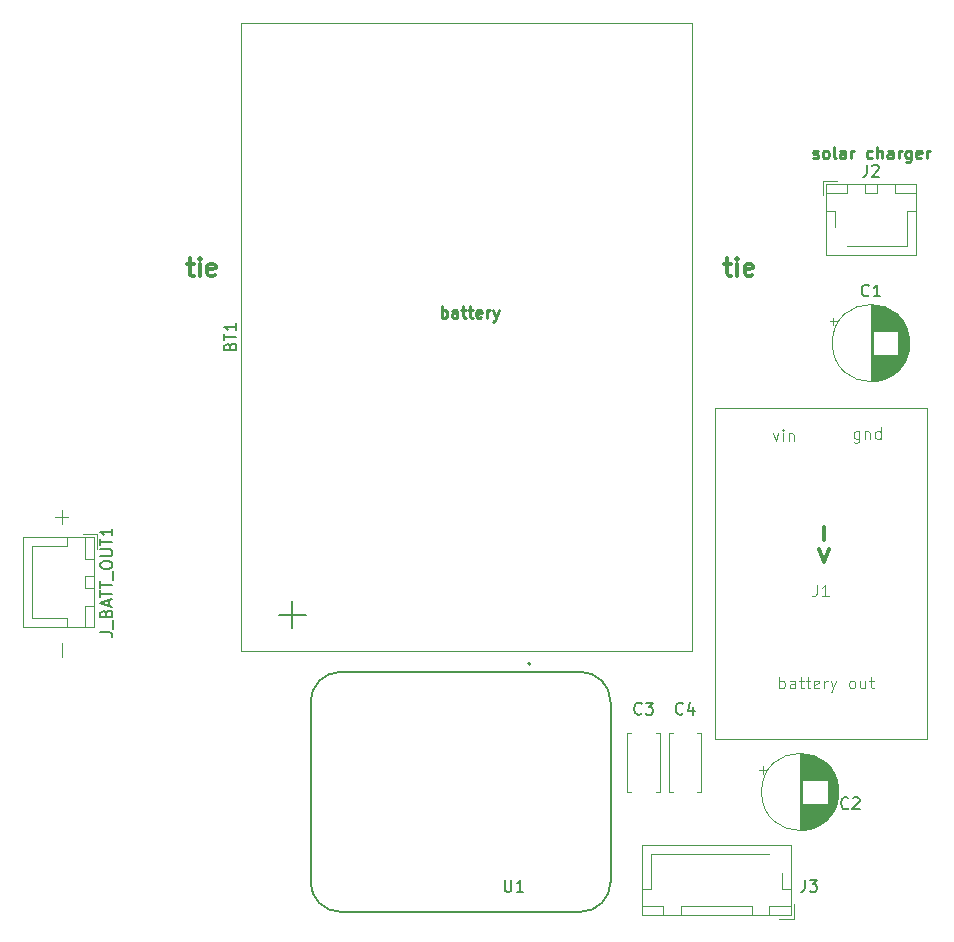
<source format=gbr>
%TF.GenerationSoftware,KiCad,Pcbnew,9.0.4*%
%TF.CreationDate,2025-10-26T00:43:49+05:45*%
%TF.ProjectId,battery_board,62617474-6572-4795-9f62-6f6172642e6b,rev?*%
%TF.SameCoordinates,Original*%
%TF.FileFunction,Legend,Top*%
%TF.FilePolarity,Positive*%
%FSLAX46Y46*%
G04 Gerber Fmt 4.6, Leading zero omitted, Abs format (unit mm)*
G04 Created by KiCad (PCBNEW 9.0.4) date 2025-10-26 00:43:49*
%MOMM*%
%LPD*%
G01*
G04 APERTURE LIST*
%ADD10C,0.250000*%
%ADD11C,0.300000*%
%ADD12C,0.100000*%
%ADD13C,0.150000*%
%ADD14C,0.120000*%
%ADD15C,0.127000*%
%ADD16C,0.200000*%
G04 APERTURE END LIST*
D10*
X173354949Y-64817000D02*
X173450187Y-64864619D01*
X173450187Y-64864619D02*
X173640663Y-64864619D01*
X173640663Y-64864619D02*
X173735901Y-64817000D01*
X173735901Y-64817000D02*
X173783520Y-64721761D01*
X173783520Y-64721761D02*
X173783520Y-64674142D01*
X173783520Y-64674142D02*
X173735901Y-64578904D01*
X173735901Y-64578904D02*
X173640663Y-64531285D01*
X173640663Y-64531285D02*
X173497806Y-64531285D01*
X173497806Y-64531285D02*
X173402568Y-64483666D01*
X173402568Y-64483666D02*
X173354949Y-64388428D01*
X173354949Y-64388428D02*
X173354949Y-64340809D01*
X173354949Y-64340809D02*
X173402568Y-64245571D01*
X173402568Y-64245571D02*
X173497806Y-64197952D01*
X173497806Y-64197952D02*
X173640663Y-64197952D01*
X173640663Y-64197952D02*
X173735901Y-64245571D01*
X174354949Y-64864619D02*
X174259711Y-64817000D01*
X174259711Y-64817000D02*
X174212092Y-64769380D01*
X174212092Y-64769380D02*
X174164473Y-64674142D01*
X174164473Y-64674142D02*
X174164473Y-64388428D01*
X174164473Y-64388428D02*
X174212092Y-64293190D01*
X174212092Y-64293190D02*
X174259711Y-64245571D01*
X174259711Y-64245571D02*
X174354949Y-64197952D01*
X174354949Y-64197952D02*
X174497806Y-64197952D01*
X174497806Y-64197952D02*
X174593044Y-64245571D01*
X174593044Y-64245571D02*
X174640663Y-64293190D01*
X174640663Y-64293190D02*
X174688282Y-64388428D01*
X174688282Y-64388428D02*
X174688282Y-64674142D01*
X174688282Y-64674142D02*
X174640663Y-64769380D01*
X174640663Y-64769380D02*
X174593044Y-64817000D01*
X174593044Y-64817000D02*
X174497806Y-64864619D01*
X174497806Y-64864619D02*
X174354949Y-64864619D01*
X175259711Y-64864619D02*
X175164473Y-64817000D01*
X175164473Y-64817000D02*
X175116854Y-64721761D01*
X175116854Y-64721761D02*
X175116854Y-63864619D01*
X176069235Y-64864619D02*
X176069235Y-64340809D01*
X176069235Y-64340809D02*
X176021616Y-64245571D01*
X176021616Y-64245571D02*
X175926378Y-64197952D01*
X175926378Y-64197952D02*
X175735902Y-64197952D01*
X175735902Y-64197952D02*
X175640664Y-64245571D01*
X176069235Y-64817000D02*
X175973997Y-64864619D01*
X175973997Y-64864619D02*
X175735902Y-64864619D01*
X175735902Y-64864619D02*
X175640664Y-64817000D01*
X175640664Y-64817000D02*
X175593045Y-64721761D01*
X175593045Y-64721761D02*
X175593045Y-64626523D01*
X175593045Y-64626523D02*
X175640664Y-64531285D01*
X175640664Y-64531285D02*
X175735902Y-64483666D01*
X175735902Y-64483666D02*
X175973997Y-64483666D01*
X175973997Y-64483666D02*
X176069235Y-64436047D01*
X176545426Y-64864619D02*
X176545426Y-64197952D01*
X176545426Y-64388428D02*
X176593045Y-64293190D01*
X176593045Y-64293190D02*
X176640664Y-64245571D01*
X176640664Y-64245571D02*
X176735902Y-64197952D01*
X176735902Y-64197952D02*
X176831140Y-64197952D01*
X178354950Y-64817000D02*
X178259712Y-64864619D01*
X178259712Y-64864619D02*
X178069236Y-64864619D01*
X178069236Y-64864619D02*
X177973998Y-64817000D01*
X177973998Y-64817000D02*
X177926379Y-64769380D01*
X177926379Y-64769380D02*
X177878760Y-64674142D01*
X177878760Y-64674142D02*
X177878760Y-64388428D01*
X177878760Y-64388428D02*
X177926379Y-64293190D01*
X177926379Y-64293190D02*
X177973998Y-64245571D01*
X177973998Y-64245571D02*
X178069236Y-64197952D01*
X178069236Y-64197952D02*
X178259712Y-64197952D01*
X178259712Y-64197952D02*
X178354950Y-64245571D01*
X178783522Y-64864619D02*
X178783522Y-63864619D01*
X179212093Y-64864619D02*
X179212093Y-64340809D01*
X179212093Y-64340809D02*
X179164474Y-64245571D01*
X179164474Y-64245571D02*
X179069236Y-64197952D01*
X179069236Y-64197952D02*
X178926379Y-64197952D01*
X178926379Y-64197952D02*
X178831141Y-64245571D01*
X178831141Y-64245571D02*
X178783522Y-64293190D01*
X180116855Y-64864619D02*
X180116855Y-64340809D01*
X180116855Y-64340809D02*
X180069236Y-64245571D01*
X180069236Y-64245571D02*
X179973998Y-64197952D01*
X179973998Y-64197952D02*
X179783522Y-64197952D01*
X179783522Y-64197952D02*
X179688284Y-64245571D01*
X180116855Y-64817000D02*
X180021617Y-64864619D01*
X180021617Y-64864619D02*
X179783522Y-64864619D01*
X179783522Y-64864619D02*
X179688284Y-64817000D01*
X179688284Y-64817000D02*
X179640665Y-64721761D01*
X179640665Y-64721761D02*
X179640665Y-64626523D01*
X179640665Y-64626523D02*
X179688284Y-64531285D01*
X179688284Y-64531285D02*
X179783522Y-64483666D01*
X179783522Y-64483666D02*
X180021617Y-64483666D01*
X180021617Y-64483666D02*
X180116855Y-64436047D01*
X180593046Y-64864619D02*
X180593046Y-64197952D01*
X180593046Y-64388428D02*
X180640665Y-64293190D01*
X180640665Y-64293190D02*
X180688284Y-64245571D01*
X180688284Y-64245571D02*
X180783522Y-64197952D01*
X180783522Y-64197952D02*
X180878760Y-64197952D01*
X181640665Y-64197952D02*
X181640665Y-65007476D01*
X181640665Y-65007476D02*
X181593046Y-65102714D01*
X181593046Y-65102714D02*
X181545427Y-65150333D01*
X181545427Y-65150333D02*
X181450189Y-65197952D01*
X181450189Y-65197952D02*
X181307332Y-65197952D01*
X181307332Y-65197952D02*
X181212094Y-65150333D01*
X181640665Y-64817000D02*
X181545427Y-64864619D01*
X181545427Y-64864619D02*
X181354951Y-64864619D01*
X181354951Y-64864619D02*
X181259713Y-64817000D01*
X181259713Y-64817000D02*
X181212094Y-64769380D01*
X181212094Y-64769380D02*
X181164475Y-64674142D01*
X181164475Y-64674142D02*
X181164475Y-64388428D01*
X181164475Y-64388428D02*
X181212094Y-64293190D01*
X181212094Y-64293190D02*
X181259713Y-64245571D01*
X181259713Y-64245571D02*
X181354951Y-64197952D01*
X181354951Y-64197952D02*
X181545427Y-64197952D01*
X181545427Y-64197952D02*
X181640665Y-64245571D01*
X182497808Y-64817000D02*
X182402570Y-64864619D01*
X182402570Y-64864619D02*
X182212094Y-64864619D01*
X182212094Y-64864619D02*
X182116856Y-64817000D01*
X182116856Y-64817000D02*
X182069237Y-64721761D01*
X182069237Y-64721761D02*
X182069237Y-64340809D01*
X182069237Y-64340809D02*
X182116856Y-64245571D01*
X182116856Y-64245571D02*
X182212094Y-64197952D01*
X182212094Y-64197952D02*
X182402570Y-64197952D01*
X182402570Y-64197952D02*
X182497808Y-64245571D01*
X182497808Y-64245571D02*
X182545427Y-64340809D01*
X182545427Y-64340809D02*
X182545427Y-64436047D01*
X182545427Y-64436047D02*
X182069237Y-64531285D01*
X182973999Y-64864619D02*
X182973999Y-64197952D01*
X182973999Y-64388428D02*
X183021618Y-64293190D01*
X183021618Y-64293190D02*
X183069237Y-64245571D01*
X183069237Y-64245571D02*
X183164475Y-64197952D01*
X183164475Y-64197952D02*
X183259713Y-64197952D01*
D11*
X165840225Y-73800828D02*
X166411653Y-73800828D01*
X166054510Y-73300828D02*
X166054510Y-74586542D01*
X166054510Y-74586542D02*
X166125939Y-74729400D01*
X166125939Y-74729400D02*
X166268796Y-74800828D01*
X166268796Y-74800828D02*
X166411653Y-74800828D01*
X166911653Y-74800828D02*
X166911653Y-73800828D01*
X166911653Y-73300828D02*
X166840225Y-73372257D01*
X166840225Y-73372257D02*
X166911653Y-73443685D01*
X166911653Y-73443685D02*
X166983082Y-73372257D01*
X166983082Y-73372257D02*
X166911653Y-73300828D01*
X166911653Y-73300828D02*
X166911653Y-73443685D01*
X168197368Y-74729400D02*
X168054511Y-74800828D01*
X168054511Y-74800828D02*
X167768797Y-74800828D01*
X167768797Y-74800828D02*
X167625939Y-74729400D01*
X167625939Y-74729400D02*
X167554511Y-74586542D01*
X167554511Y-74586542D02*
X167554511Y-74015114D01*
X167554511Y-74015114D02*
X167625939Y-73872257D01*
X167625939Y-73872257D02*
X167768797Y-73800828D01*
X167768797Y-73800828D02*
X168054511Y-73800828D01*
X168054511Y-73800828D02*
X168197368Y-73872257D01*
X168197368Y-73872257D02*
X168268797Y-74015114D01*
X168268797Y-74015114D02*
X168268797Y-74157971D01*
X168268797Y-74157971D02*
X167554511Y-74300828D01*
X120340225Y-73800828D02*
X120911653Y-73800828D01*
X120554510Y-73300828D02*
X120554510Y-74586542D01*
X120554510Y-74586542D02*
X120625939Y-74729400D01*
X120625939Y-74729400D02*
X120768796Y-74800828D01*
X120768796Y-74800828D02*
X120911653Y-74800828D01*
X121411653Y-74800828D02*
X121411653Y-73800828D01*
X121411653Y-73300828D02*
X121340225Y-73372257D01*
X121340225Y-73372257D02*
X121411653Y-73443685D01*
X121411653Y-73443685D02*
X121483082Y-73372257D01*
X121483082Y-73372257D02*
X121411653Y-73300828D01*
X121411653Y-73300828D02*
X121411653Y-73443685D01*
X122697368Y-74729400D02*
X122554511Y-74800828D01*
X122554511Y-74800828D02*
X122268797Y-74800828D01*
X122268797Y-74800828D02*
X122125939Y-74729400D01*
X122125939Y-74729400D02*
X122054511Y-74586542D01*
X122054511Y-74586542D02*
X122054511Y-74015114D01*
X122054511Y-74015114D02*
X122125939Y-73872257D01*
X122125939Y-73872257D02*
X122268797Y-73800828D01*
X122268797Y-73800828D02*
X122554511Y-73800828D01*
X122554511Y-73800828D02*
X122697368Y-73872257D01*
X122697368Y-73872257D02*
X122768797Y-74015114D01*
X122768797Y-74015114D02*
X122768797Y-74157971D01*
X122768797Y-74157971D02*
X122054511Y-74300828D01*
D12*
X109739800Y-107077068D02*
X109739800Y-105934211D01*
X109147931Y-95239800D02*
X110290789Y-95239800D01*
X109719360Y-95811228D02*
X109719360Y-94668371D01*
D11*
X174270600Y-96054510D02*
X174270600Y-97197368D01*
X174699171Y-97911653D02*
X174270600Y-99054511D01*
X174270600Y-99054511D02*
X173842028Y-97911653D01*
D10*
X141902568Y-78364619D02*
X141902568Y-77364619D01*
X141902568Y-77745571D02*
X141997806Y-77697952D01*
X141997806Y-77697952D02*
X142188282Y-77697952D01*
X142188282Y-77697952D02*
X142283520Y-77745571D01*
X142283520Y-77745571D02*
X142331139Y-77793190D01*
X142331139Y-77793190D02*
X142378758Y-77888428D01*
X142378758Y-77888428D02*
X142378758Y-78174142D01*
X142378758Y-78174142D02*
X142331139Y-78269380D01*
X142331139Y-78269380D02*
X142283520Y-78317000D01*
X142283520Y-78317000D02*
X142188282Y-78364619D01*
X142188282Y-78364619D02*
X141997806Y-78364619D01*
X141997806Y-78364619D02*
X141902568Y-78317000D01*
X143235901Y-78364619D02*
X143235901Y-77840809D01*
X143235901Y-77840809D02*
X143188282Y-77745571D01*
X143188282Y-77745571D02*
X143093044Y-77697952D01*
X143093044Y-77697952D02*
X142902568Y-77697952D01*
X142902568Y-77697952D02*
X142807330Y-77745571D01*
X143235901Y-78317000D02*
X143140663Y-78364619D01*
X143140663Y-78364619D02*
X142902568Y-78364619D01*
X142902568Y-78364619D02*
X142807330Y-78317000D01*
X142807330Y-78317000D02*
X142759711Y-78221761D01*
X142759711Y-78221761D02*
X142759711Y-78126523D01*
X142759711Y-78126523D02*
X142807330Y-78031285D01*
X142807330Y-78031285D02*
X142902568Y-77983666D01*
X142902568Y-77983666D02*
X143140663Y-77983666D01*
X143140663Y-77983666D02*
X143235901Y-77936047D01*
X143569235Y-77697952D02*
X143950187Y-77697952D01*
X143712092Y-77364619D02*
X143712092Y-78221761D01*
X143712092Y-78221761D02*
X143759711Y-78317000D01*
X143759711Y-78317000D02*
X143854949Y-78364619D01*
X143854949Y-78364619D02*
X143950187Y-78364619D01*
X144140664Y-77697952D02*
X144521616Y-77697952D01*
X144283521Y-77364619D02*
X144283521Y-78221761D01*
X144283521Y-78221761D02*
X144331140Y-78317000D01*
X144331140Y-78317000D02*
X144426378Y-78364619D01*
X144426378Y-78364619D02*
X144521616Y-78364619D01*
X145235902Y-78317000D02*
X145140664Y-78364619D01*
X145140664Y-78364619D02*
X144950188Y-78364619D01*
X144950188Y-78364619D02*
X144854950Y-78317000D01*
X144854950Y-78317000D02*
X144807331Y-78221761D01*
X144807331Y-78221761D02*
X144807331Y-77840809D01*
X144807331Y-77840809D02*
X144854950Y-77745571D01*
X144854950Y-77745571D02*
X144950188Y-77697952D01*
X144950188Y-77697952D02*
X145140664Y-77697952D01*
X145140664Y-77697952D02*
X145235902Y-77745571D01*
X145235902Y-77745571D02*
X145283521Y-77840809D01*
X145283521Y-77840809D02*
X145283521Y-77936047D01*
X145283521Y-77936047D02*
X144807331Y-78031285D01*
X145712093Y-78364619D02*
X145712093Y-77697952D01*
X145712093Y-77888428D02*
X145759712Y-77793190D01*
X145759712Y-77793190D02*
X145807331Y-77745571D01*
X145807331Y-77745571D02*
X145902569Y-77697952D01*
X145902569Y-77697952D02*
X145997807Y-77697952D01*
X146235903Y-77697952D02*
X146473998Y-78364619D01*
X146712093Y-77697952D02*
X146473998Y-78364619D01*
X146473998Y-78364619D02*
X146378760Y-78602714D01*
X146378760Y-78602714D02*
X146331141Y-78650333D01*
X146331141Y-78650333D02*
X146235903Y-78697952D01*
D13*
X176333333Y-119859580D02*
X176285714Y-119907200D01*
X176285714Y-119907200D02*
X176142857Y-119954819D01*
X176142857Y-119954819D02*
X176047619Y-119954819D01*
X176047619Y-119954819D02*
X175904762Y-119907200D01*
X175904762Y-119907200D02*
X175809524Y-119811961D01*
X175809524Y-119811961D02*
X175761905Y-119716723D01*
X175761905Y-119716723D02*
X175714286Y-119526247D01*
X175714286Y-119526247D02*
X175714286Y-119383390D01*
X175714286Y-119383390D02*
X175761905Y-119192914D01*
X175761905Y-119192914D02*
X175809524Y-119097676D01*
X175809524Y-119097676D02*
X175904762Y-119002438D01*
X175904762Y-119002438D02*
X176047619Y-118954819D01*
X176047619Y-118954819D02*
X176142857Y-118954819D01*
X176142857Y-118954819D02*
X176285714Y-119002438D01*
X176285714Y-119002438D02*
X176333333Y-119050057D01*
X176714286Y-119050057D02*
X176761905Y-119002438D01*
X176761905Y-119002438D02*
X176857143Y-118954819D01*
X176857143Y-118954819D02*
X177095238Y-118954819D01*
X177095238Y-118954819D02*
X177190476Y-119002438D01*
X177190476Y-119002438D02*
X177238095Y-119050057D01*
X177238095Y-119050057D02*
X177285714Y-119145295D01*
X177285714Y-119145295D02*
X177285714Y-119240533D01*
X177285714Y-119240533D02*
X177238095Y-119383390D01*
X177238095Y-119383390D02*
X176666667Y-119954819D01*
X176666667Y-119954819D02*
X177285714Y-119954819D01*
X123981009Y-80785714D02*
X124028628Y-80642857D01*
X124028628Y-80642857D02*
X124076247Y-80595238D01*
X124076247Y-80595238D02*
X124171485Y-80547619D01*
X124171485Y-80547619D02*
X124314342Y-80547619D01*
X124314342Y-80547619D02*
X124409580Y-80595238D01*
X124409580Y-80595238D02*
X124457200Y-80642857D01*
X124457200Y-80642857D02*
X124504819Y-80738095D01*
X124504819Y-80738095D02*
X124504819Y-81119047D01*
X124504819Y-81119047D02*
X123504819Y-81119047D01*
X123504819Y-81119047D02*
X123504819Y-80785714D01*
X123504819Y-80785714D02*
X123552438Y-80690476D01*
X123552438Y-80690476D02*
X123600057Y-80642857D01*
X123600057Y-80642857D02*
X123695295Y-80595238D01*
X123695295Y-80595238D02*
X123790533Y-80595238D01*
X123790533Y-80595238D02*
X123885771Y-80642857D01*
X123885771Y-80642857D02*
X123933390Y-80690476D01*
X123933390Y-80690476D02*
X123981009Y-80785714D01*
X123981009Y-80785714D02*
X123981009Y-81119047D01*
X123504819Y-80261904D02*
X123504819Y-79690476D01*
X124504819Y-79976190D02*
X123504819Y-79976190D01*
X124504819Y-78833333D02*
X124504819Y-79404761D01*
X124504819Y-79119047D02*
X123504819Y-79119047D01*
X123504819Y-79119047D02*
X123647676Y-79214285D01*
X123647676Y-79214285D02*
X123742914Y-79309523D01*
X123742914Y-79309523D02*
X123790533Y-79404761D01*
X129237200Y-104642857D02*
X129237200Y-102357143D01*
X130380057Y-103500000D02*
X128094342Y-103500000D01*
X147238095Y-125954819D02*
X147238095Y-126764342D01*
X147238095Y-126764342D02*
X147285714Y-126859580D01*
X147285714Y-126859580D02*
X147333333Y-126907200D01*
X147333333Y-126907200D02*
X147428571Y-126954819D01*
X147428571Y-126954819D02*
X147619047Y-126954819D01*
X147619047Y-126954819D02*
X147714285Y-126907200D01*
X147714285Y-126907200D02*
X147761904Y-126859580D01*
X147761904Y-126859580D02*
X147809523Y-126764342D01*
X147809523Y-126764342D02*
X147809523Y-125954819D01*
X148809523Y-126954819D02*
X148238095Y-126954819D01*
X148523809Y-126954819D02*
X148523809Y-125954819D01*
X148523809Y-125954819D02*
X148428571Y-126097676D01*
X148428571Y-126097676D02*
X148333333Y-126192914D01*
X148333333Y-126192914D02*
X148238095Y-126240533D01*
X113004819Y-104964286D02*
X113719104Y-104964286D01*
X113719104Y-104964286D02*
X113861961Y-105011905D01*
X113861961Y-105011905D02*
X113957200Y-105107143D01*
X113957200Y-105107143D02*
X114004819Y-105250000D01*
X114004819Y-105250000D02*
X114004819Y-105345238D01*
X114100057Y-104726191D02*
X114100057Y-103964286D01*
X113481009Y-103392857D02*
X113528628Y-103250000D01*
X113528628Y-103250000D02*
X113576247Y-103202381D01*
X113576247Y-103202381D02*
X113671485Y-103154762D01*
X113671485Y-103154762D02*
X113814342Y-103154762D01*
X113814342Y-103154762D02*
X113909580Y-103202381D01*
X113909580Y-103202381D02*
X113957200Y-103250000D01*
X113957200Y-103250000D02*
X114004819Y-103345238D01*
X114004819Y-103345238D02*
X114004819Y-103726190D01*
X114004819Y-103726190D02*
X113004819Y-103726190D01*
X113004819Y-103726190D02*
X113004819Y-103392857D01*
X113004819Y-103392857D02*
X113052438Y-103297619D01*
X113052438Y-103297619D02*
X113100057Y-103250000D01*
X113100057Y-103250000D02*
X113195295Y-103202381D01*
X113195295Y-103202381D02*
X113290533Y-103202381D01*
X113290533Y-103202381D02*
X113385771Y-103250000D01*
X113385771Y-103250000D02*
X113433390Y-103297619D01*
X113433390Y-103297619D02*
X113481009Y-103392857D01*
X113481009Y-103392857D02*
X113481009Y-103726190D01*
X113719104Y-102773809D02*
X113719104Y-102297619D01*
X114004819Y-102869047D02*
X113004819Y-102535714D01*
X113004819Y-102535714D02*
X114004819Y-102202381D01*
X113004819Y-102011904D02*
X113004819Y-101440476D01*
X114004819Y-101726190D02*
X113004819Y-101726190D01*
X113004819Y-101249999D02*
X113004819Y-100678571D01*
X114004819Y-100964285D02*
X113004819Y-100964285D01*
X114100057Y-100583333D02*
X114100057Y-99821428D01*
X113004819Y-99392856D02*
X113004819Y-99202380D01*
X113004819Y-99202380D02*
X113052438Y-99107142D01*
X113052438Y-99107142D02*
X113147676Y-99011904D01*
X113147676Y-99011904D02*
X113338152Y-98964285D01*
X113338152Y-98964285D02*
X113671485Y-98964285D01*
X113671485Y-98964285D02*
X113861961Y-99011904D01*
X113861961Y-99011904D02*
X113957200Y-99107142D01*
X113957200Y-99107142D02*
X114004819Y-99202380D01*
X114004819Y-99202380D02*
X114004819Y-99392856D01*
X114004819Y-99392856D02*
X113957200Y-99488094D01*
X113957200Y-99488094D02*
X113861961Y-99583332D01*
X113861961Y-99583332D02*
X113671485Y-99630951D01*
X113671485Y-99630951D02*
X113338152Y-99630951D01*
X113338152Y-99630951D02*
X113147676Y-99583332D01*
X113147676Y-99583332D02*
X113052438Y-99488094D01*
X113052438Y-99488094D02*
X113004819Y-99392856D01*
X113004819Y-98535713D02*
X113814342Y-98535713D01*
X113814342Y-98535713D02*
X113909580Y-98488094D01*
X113909580Y-98488094D02*
X113957200Y-98440475D01*
X113957200Y-98440475D02*
X114004819Y-98345237D01*
X114004819Y-98345237D02*
X114004819Y-98154761D01*
X114004819Y-98154761D02*
X113957200Y-98059523D01*
X113957200Y-98059523D02*
X113909580Y-98011904D01*
X113909580Y-98011904D02*
X113814342Y-97964285D01*
X113814342Y-97964285D02*
X113004819Y-97964285D01*
X113004819Y-97630951D02*
X113004819Y-97059523D01*
X114004819Y-97345237D02*
X113004819Y-97345237D01*
X114004819Y-96202380D02*
X114004819Y-96773808D01*
X114004819Y-96488094D02*
X113004819Y-96488094D01*
X113004819Y-96488094D02*
X113147676Y-96583332D01*
X113147676Y-96583332D02*
X113242914Y-96678570D01*
X113242914Y-96678570D02*
X113290533Y-96773808D01*
X162333333Y-111859580D02*
X162285714Y-111907200D01*
X162285714Y-111907200D02*
X162142857Y-111954819D01*
X162142857Y-111954819D02*
X162047619Y-111954819D01*
X162047619Y-111954819D02*
X161904762Y-111907200D01*
X161904762Y-111907200D02*
X161809524Y-111811961D01*
X161809524Y-111811961D02*
X161761905Y-111716723D01*
X161761905Y-111716723D02*
X161714286Y-111526247D01*
X161714286Y-111526247D02*
X161714286Y-111383390D01*
X161714286Y-111383390D02*
X161761905Y-111192914D01*
X161761905Y-111192914D02*
X161809524Y-111097676D01*
X161809524Y-111097676D02*
X161904762Y-111002438D01*
X161904762Y-111002438D02*
X162047619Y-110954819D01*
X162047619Y-110954819D02*
X162142857Y-110954819D01*
X162142857Y-110954819D02*
X162285714Y-111002438D01*
X162285714Y-111002438D02*
X162333333Y-111050057D01*
X163190476Y-111288152D02*
X163190476Y-111954819D01*
X162952381Y-110907200D02*
X162714286Y-111621485D01*
X162714286Y-111621485D02*
X163333333Y-111621485D01*
X158833333Y-111859580D02*
X158785714Y-111907200D01*
X158785714Y-111907200D02*
X158642857Y-111954819D01*
X158642857Y-111954819D02*
X158547619Y-111954819D01*
X158547619Y-111954819D02*
X158404762Y-111907200D01*
X158404762Y-111907200D02*
X158309524Y-111811961D01*
X158309524Y-111811961D02*
X158261905Y-111716723D01*
X158261905Y-111716723D02*
X158214286Y-111526247D01*
X158214286Y-111526247D02*
X158214286Y-111383390D01*
X158214286Y-111383390D02*
X158261905Y-111192914D01*
X158261905Y-111192914D02*
X158309524Y-111097676D01*
X158309524Y-111097676D02*
X158404762Y-111002438D01*
X158404762Y-111002438D02*
X158547619Y-110954819D01*
X158547619Y-110954819D02*
X158642857Y-110954819D01*
X158642857Y-110954819D02*
X158785714Y-111002438D01*
X158785714Y-111002438D02*
X158833333Y-111050057D01*
X159166667Y-110954819D02*
X159785714Y-110954819D01*
X159785714Y-110954819D02*
X159452381Y-111335771D01*
X159452381Y-111335771D02*
X159595238Y-111335771D01*
X159595238Y-111335771D02*
X159690476Y-111383390D01*
X159690476Y-111383390D02*
X159738095Y-111431009D01*
X159738095Y-111431009D02*
X159785714Y-111526247D01*
X159785714Y-111526247D02*
X159785714Y-111764342D01*
X159785714Y-111764342D02*
X159738095Y-111859580D01*
X159738095Y-111859580D02*
X159690476Y-111907200D01*
X159690476Y-111907200D02*
X159595238Y-111954819D01*
X159595238Y-111954819D02*
X159309524Y-111954819D01*
X159309524Y-111954819D02*
X159214286Y-111907200D01*
X159214286Y-111907200D02*
X159166667Y-111859580D01*
X178083333Y-76459580D02*
X178035714Y-76507200D01*
X178035714Y-76507200D02*
X177892857Y-76554819D01*
X177892857Y-76554819D02*
X177797619Y-76554819D01*
X177797619Y-76554819D02*
X177654762Y-76507200D01*
X177654762Y-76507200D02*
X177559524Y-76411961D01*
X177559524Y-76411961D02*
X177511905Y-76316723D01*
X177511905Y-76316723D02*
X177464286Y-76126247D01*
X177464286Y-76126247D02*
X177464286Y-75983390D01*
X177464286Y-75983390D02*
X177511905Y-75792914D01*
X177511905Y-75792914D02*
X177559524Y-75697676D01*
X177559524Y-75697676D02*
X177654762Y-75602438D01*
X177654762Y-75602438D02*
X177797619Y-75554819D01*
X177797619Y-75554819D02*
X177892857Y-75554819D01*
X177892857Y-75554819D02*
X178035714Y-75602438D01*
X178035714Y-75602438D02*
X178083333Y-75650057D01*
X179035714Y-76554819D02*
X178464286Y-76554819D01*
X178750000Y-76554819D02*
X178750000Y-75554819D01*
X178750000Y-75554819D02*
X178654762Y-75697676D01*
X178654762Y-75697676D02*
X178559524Y-75792914D01*
X178559524Y-75792914D02*
X178464286Y-75840533D01*
X172666666Y-125954819D02*
X172666666Y-126669104D01*
X172666666Y-126669104D02*
X172619047Y-126811961D01*
X172619047Y-126811961D02*
X172523809Y-126907200D01*
X172523809Y-126907200D02*
X172380952Y-126954819D01*
X172380952Y-126954819D02*
X172285714Y-126954819D01*
X173047619Y-125954819D02*
X173666666Y-125954819D01*
X173666666Y-125954819D02*
X173333333Y-126335771D01*
X173333333Y-126335771D02*
X173476190Y-126335771D01*
X173476190Y-126335771D02*
X173571428Y-126383390D01*
X173571428Y-126383390D02*
X173619047Y-126431009D01*
X173619047Y-126431009D02*
X173666666Y-126526247D01*
X173666666Y-126526247D02*
X173666666Y-126764342D01*
X173666666Y-126764342D02*
X173619047Y-126859580D01*
X173619047Y-126859580D02*
X173571428Y-126907200D01*
X173571428Y-126907200D02*
X173476190Y-126954819D01*
X173476190Y-126954819D02*
X173190476Y-126954819D01*
X173190476Y-126954819D02*
X173095238Y-126907200D01*
X173095238Y-126907200D02*
X173047619Y-126859580D01*
X177916666Y-65404819D02*
X177916666Y-66119104D01*
X177916666Y-66119104D02*
X177869047Y-66261961D01*
X177869047Y-66261961D02*
X177773809Y-66357200D01*
X177773809Y-66357200D02*
X177630952Y-66404819D01*
X177630952Y-66404819D02*
X177535714Y-66404819D01*
X178345238Y-65500057D02*
X178392857Y-65452438D01*
X178392857Y-65452438D02*
X178488095Y-65404819D01*
X178488095Y-65404819D02*
X178726190Y-65404819D01*
X178726190Y-65404819D02*
X178821428Y-65452438D01*
X178821428Y-65452438D02*
X178869047Y-65500057D01*
X178869047Y-65500057D02*
X178916666Y-65595295D01*
X178916666Y-65595295D02*
X178916666Y-65690533D01*
X178916666Y-65690533D02*
X178869047Y-65833390D01*
X178869047Y-65833390D02*
X178297619Y-66404819D01*
X178297619Y-66404819D02*
X178916666Y-66404819D01*
D12*
X173666666Y-100957419D02*
X173666666Y-101671704D01*
X173666666Y-101671704D02*
X173619047Y-101814561D01*
X173619047Y-101814561D02*
X173523809Y-101909800D01*
X173523809Y-101909800D02*
X173380952Y-101957419D01*
X173380952Y-101957419D02*
X173285714Y-101957419D01*
X174666666Y-101957419D02*
X174095238Y-101957419D01*
X174380952Y-101957419D02*
X174380952Y-100957419D01*
X174380952Y-100957419D02*
X174285714Y-101100276D01*
X174285714Y-101100276D02*
X174190476Y-101195514D01*
X174190476Y-101195514D02*
X174095238Y-101243133D01*
X177247055Y-87946952D02*
X177247055Y-88756476D01*
X177247055Y-88756476D02*
X177199436Y-88851714D01*
X177199436Y-88851714D02*
X177151817Y-88899333D01*
X177151817Y-88899333D02*
X177056579Y-88946952D01*
X177056579Y-88946952D02*
X176913722Y-88946952D01*
X176913722Y-88946952D02*
X176818484Y-88899333D01*
X177247055Y-88566000D02*
X177151817Y-88613619D01*
X177151817Y-88613619D02*
X176961341Y-88613619D01*
X176961341Y-88613619D02*
X176866103Y-88566000D01*
X176866103Y-88566000D02*
X176818484Y-88518380D01*
X176818484Y-88518380D02*
X176770865Y-88423142D01*
X176770865Y-88423142D02*
X176770865Y-88137428D01*
X176770865Y-88137428D02*
X176818484Y-88042190D01*
X176818484Y-88042190D02*
X176866103Y-87994571D01*
X176866103Y-87994571D02*
X176961341Y-87946952D01*
X176961341Y-87946952D02*
X177151817Y-87946952D01*
X177151817Y-87946952D02*
X177247055Y-87994571D01*
X177723246Y-87946952D02*
X177723246Y-88613619D01*
X177723246Y-88042190D02*
X177770865Y-87994571D01*
X177770865Y-87994571D02*
X177866103Y-87946952D01*
X177866103Y-87946952D02*
X178008960Y-87946952D01*
X178008960Y-87946952D02*
X178104198Y-87994571D01*
X178104198Y-87994571D02*
X178151817Y-88089809D01*
X178151817Y-88089809D02*
X178151817Y-88613619D01*
X179056579Y-88613619D02*
X179056579Y-87613619D01*
X179056579Y-88566000D02*
X178961341Y-88613619D01*
X178961341Y-88613619D02*
X178770865Y-88613619D01*
X178770865Y-88613619D02*
X178675627Y-88566000D01*
X178675627Y-88566000D02*
X178628008Y-88518380D01*
X178628008Y-88518380D02*
X178580389Y-88423142D01*
X178580389Y-88423142D02*
X178580389Y-88137428D01*
X178580389Y-88137428D02*
X178628008Y-88042190D01*
X178628008Y-88042190D02*
X178675627Y-87994571D01*
X178675627Y-87994571D02*
X178770865Y-87946952D01*
X178770865Y-87946952D02*
X178961341Y-87946952D01*
X178961341Y-87946952D02*
X179056579Y-87994571D01*
X170493884Y-109746419D02*
X170493884Y-108746419D01*
X170493884Y-109127371D02*
X170589122Y-109079752D01*
X170589122Y-109079752D02*
X170779598Y-109079752D01*
X170779598Y-109079752D02*
X170874836Y-109127371D01*
X170874836Y-109127371D02*
X170922455Y-109174990D01*
X170922455Y-109174990D02*
X170970074Y-109270228D01*
X170970074Y-109270228D02*
X170970074Y-109555942D01*
X170970074Y-109555942D02*
X170922455Y-109651180D01*
X170922455Y-109651180D02*
X170874836Y-109698800D01*
X170874836Y-109698800D02*
X170779598Y-109746419D01*
X170779598Y-109746419D02*
X170589122Y-109746419D01*
X170589122Y-109746419D02*
X170493884Y-109698800D01*
X171827217Y-109746419D02*
X171827217Y-109222609D01*
X171827217Y-109222609D02*
X171779598Y-109127371D01*
X171779598Y-109127371D02*
X171684360Y-109079752D01*
X171684360Y-109079752D02*
X171493884Y-109079752D01*
X171493884Y-109079752D02*
X171398646Y-109127371D01*
X171827217Y-109698800D02*
X171731979Y-109746419D01*
X171731979Y-109746419D02*
X171493884Y-109746419D01*
X171493884Y-109746419D02*
X171398646Y-109698800D01*
X171398646Y-109698800D02*
X171351027Y-109603561D01*
X171351027Y-109603561D02*
X171351027Y-109508323D01*
X171351027Y-109508323D02*
X171398646Y-109413085D01*
X171398646Y-109413085D02*
X171493884Y-109365466D01*
X171493884Y-109365466D02*
X171731979Y-109365466D01*
X171731979Y-109365466D02*
X171827217Y-109317847D01*
X172160551Y-109079752D02*
X172541503Y-109079752D01*
X172303408Y-108746419D02*
X172303408Y-109603561D01*
X172303408Y-109603561D02*
X172351027Y-109698800D01*
X172351027Y-109698800D02*
X172446265Y-109746419D01*
X172446265Y-109746419D02*
X172541503Y-109746419D01*
X172731980Y-109079752D02*
X173112932Y-109079752D01*
X172874837Y-108746419D02*
X172874837Y-109603561D01*
X172874837Y-109603561D02*
X172922456Y-109698800D01*
X172922456Y-109698800D02*
X173017694Y-109746419D01*
X173017694Y-109746419D02*
X173112932Y-109746419D01*
X173827218Y-109698800D02*
X173731980Y-109746419D01*
X173731980Y-109746419D02*
X173541504Y-109746419D01*
X173541504Y-109746419D02*
X173446266Y-109698800D01*
X173446266Y-109698800D02*
X173398647Y-109603561D01*
X173398647Y-109603561D02*
X173398647Y-109222609D01*
X173398647Y-109222609D02*
X173446266Y-109127371D01*
X173446266Y-109127371D02*
X173541504Y-109079752D01*
X173541504Y-109079752D02*
X173731980Y-109079752D01*
X173731980Y-109079752D02*
X173827218Y-109127371D01*
X173827218Y-109127371D02*
X173874837Y-109222609D01*
X173874837Y-109222609D02*
X173874837Y-109317847D01*
X173874837Y-109317847D02*
X173398647Y-109413085D01*
X174303409Y-109746419D02*
X174303409Y-109079752D01*
X174303409Y-109270228D02*
X174351028Y-109174990D01*
X174351028Y-109174990D02*
X174398647Y-109127371D01*
X174398647Y-109127371D02*
X174493885Y-109079752D01*
X174493885Y-109079752D02*
X174589123Y-109079752D01*
X174827219Y-109079752D02*
X175065314Y-109746419D01*
X175303409Y-109079752D02*
X175065314Y-109746419D01*
X175065314Y-109746419D02*
X174970076Y-109984514D01*
X174970076Y-109984514D02*
X174922457Y-110032133D01*
X174922457Y-110032133D02*
X174827219Y-110079752D01*
X176589124Y-109746419D02*
X176493886Y-109698800D01*
X176493886Y-109698800D02*
X176446267Y-109651180D01*
X176446267Y-109651180D02*
X176398648Y-109555942D01*
X176398648Y-109555942D02*
X176398648Y-109270228D01*
X176398648Y-109270228D02*
X176446267Y-109174990D01*
X176446267Y-109174990D02*
X176493886Y-109127371D01*
X176493886Y-109127371D02*
X176589124Y-109079752D01*
X176589124Y-109079752D02*
X176731981Y-109079752D01*
X176731981Y-109079752D02*
X176827219Y-109127371D01*
X176827219Y-109127371D02*
X176874838Y-109174990D01*
X176874838Y-109174990D02*
X176922457Y-109270228D01*
X176922457Y-109270228D02*
X176922457Y-109555942D01*
X176922457Y-109555942D02*
X176874838Y-109651180D01*
X176874838Y-109651180D02*
X176827219Y-109698800D01*
X176827219Y-109698800D02*
X176731981Y-109746419D01*
X176731981Y-109746419D02*
X176589124Y-109746419D01*
X177779600Y-109079752D02*
X177779600Y-109746419D01*
X177351029Y-109079752D02*
X177351029Y-109603561D01*
X177351029Y-109603561D02*
X177398648Y-109698800D01*
X177398648Y-109698800D02*
X177493886Y-109746419D01*
X177493886Y-109746419D02*
X177636743Y-109746419D01*
X177636743Y-109746419D02*
X177731981Y-109698800D01*
X177731981Y-109698800D02*
X177779600Y-109651180D01*
X178112934Y-109079752D02*
X178493886Y-109079752D01*
X178255791Y-108746419D02*
X178255791Y-109603561D01*
X178255791Y-109603561D02*
X178303410Y-109698800D01*
X178303410Y-109698800D02*
X178398648Y-109746419D01*
X178398648Y-109746419D02*
X178493886Y-109746419D01*
X169941446Y-88150152D02*
X170179541Y-88816819D01*
X170179541Y-88816819D02*
X170417636Y-88150152D01*
X170798589Y-88816819D02*
X170798589Y-88150152D01*
X170798589Y-87816819D02*
X170750970Y-87864438D01*
X170750970Y-87864438D02*
X170798589Y-87912057D01*
X170798589Y-87912057D02*
X170846208Y-87864438D01*
X170846208Y-87864438D02*
X170798589Y-87816819D01*
X170798589Y-87816819D02*
X170798589Y-87912057D01*
X171274779Y-88150152D02*
X171274779Y-88816819D01*
X171274779Y-88245390D02*
X171322398Y-88197771D01*
X171322398Y-88197771D02*
X171417636Y-88150152D01*
X171417636Y-88150152D02*
X171560493Y-88150152D01*
X171560493Y-88150152D02*
X171655731Y-88197771D01*
X171655731Y-88197771D02*
X171703350Y-88293009D01*
X171703350Y-88293009D02*
X171703350Y-88816819D01*
D14*
%TO.C,C2*%
X168749759Y-116661000D02*
X169379759Y-116661000D01*
X169064759Y-116346000D02*
X169064759Y-116976000D01*
X172250000Y-115270000D02*
X172250000Y-121730000D01*
X172290000Y-115270000D02*
X172290000Y-121730000D01*
X172330000Y-115271000D02*
X172330000Y-121729000D01*
X172370000Y-115272000D02*
X172370000Y-121728000D01*
X172410000Y-115274000D02*
X172410000Y-121726000D01*
X172450000Y-115276000D02*
X172450000Y-121724000D01*
X172490000Y-115279000D02*
X172490000Y-117460000D01*
X172490000Y-119540000D02*
X172490000Y-121721000D01*
X172530000Y-115282000D02*
X172530000Y-117460000D01*
X172530000Y-119540000D02*
X172530000Y-121718000D01*
X172570000Y-115286000D02*
X172570000Y-117460000D01*
X172570000Y-119540000D02*
X172570000Y-121714000D01*
X172610000Y-115290000D02*
X172610000Y-117460000D01*
X172610000Y-119540000D02*
X172610000Y-121710000D01*
X172650000Y-115295000D02*
X172650000Y-117460000D01*
X172650000Y-119540000D02*
X172650000Y-121705000D01*
X172690000Y-115300000D02*
X172690000Y-117460000D01*
X172690000Y-119540000D02*
X172690000Y-121700000D01*
X172730000Y-115305000D02*
X172730000Y-117460000D01*
X172730000Y-119540000D02*
X172730000Y-121695000D01*
X172770000Y-115312000D02*
X172770000Y-117460000D01*
X172770000Y-119540000D02*
X172770000Y-121688000D01*
X172810000Y-115318000D02*
X172810000Y-117460000D01*
X172810000Y-119540000D02*
X172810000Y-121682000D01*
X172850000Y-115326000D02*
X172850000Y-117460000D01*
X172850000Y-119540000D02*
X172850000Y-121674000D01*
X172890000Y-115333000D02*
X172890000Y-117460000D01*
X172890000Y-119540000D02*
X172890000Y-121667000D01*
X172930000Y-115341000D02*
X172930000Y-117460000D01*
X172930000Y-119540000D02*
X172930000Y-121659000D01*
X172970000Y-115350000D02*
X172970000Y-117460000D01*
X172970000Y-119540000D02*
X172970000Y-121650000D01*
X173010000Y-115360000D02*
X173010000Y-117460000D01*
X173010000Y-119540000D02*
X173010000Y-121640000D01*
X173050000Y-115369000D02*
X173050000Y-117460000D01*
X173050000Y-119540000D02*
X173050000Y-121631000D01*
X173090000Y-115380000D02*
X173090000Y-117460000D01*
X173090000Y-119540000D02*
X173090000Y-121620000D01*
X173130000Y-115391000D02*
X173130000Y-117460000D01*
X173130000Y-119540000D02*
X173130000Y-121609000D01*
X173170000Y-115402000D02*
X173170000Y-117460000D01*
X173170000Y-119540000D02*
X173170000Y-121598000D01*
X173210000Y-115414000D02*
X173210000Y-117460000D01*
X173210000Y-119540000D02*
X173210000Y-121586000D01*
X173250000Y-115427000D02*
X173250000Y-117460000D01*
X173250000Y-119540000D02*
X173250000Y-121573000D01*
X173290000Y-115440000D02*
X173290000Y-117460000D01*
X173290000Y-119540000D02*
X173290000Y-121560000D01*
X173330000Y-115453000D02*
X173330000Y-117460000D01*
X173330000Y-119540000D02*
X173330000Y-121547000D01*
X173370000Y-115468000D02*
X173370000Y-117460000D01*
X173370000Y-119540000D02*
X173370000Y-121532000D01*
X173410000Y-115483000D02*
X173410000Y-117460000D01*
X173410000Y-119540000D02*
X173410000Y-121517000D01*
X173450000Y-115498000D02*
X173450000Y-117460000D01*
X173450000Y-119540000D02*
X173450000Y-121502000D01*
X173490000Y-115514000D02*
X173490000Y-117460000D01*
X173490000Y-119540000D02*
X173490000Y-121486000D01*
X173530000Y-115531000D02*
X173530000Y-117460000D01*
X173530000Y-119540000D02*
X173530000Y-121469000D01*
X173570000Y-115548000D02*
X173570000Y-117460000D01*
X173570000Y-119540000D02*
X173570000Y-121452000D01*
X173610000Y-115566000D02*
X173610000Y-117460000D01*
X173610000Y-119540000D02*
X173610000Y-121434000D01*
X173650000Y-115585000D02*
X173650000Y-117460000D01*
X173650000Y-119540000D02*
X173650000Y-121415000D01*
X173690000Y-115604000D02*
X173690000Y-117460000D01*
X173690000Y-119540000D02*
X173690000Y-121396000D01*
X173730000Y-115624000D02*
X173730000Y-117460000D01*
X173730000Y-119540000D02*
X173730000Y-121376000D01*
X173770000Y-115645000D02*
X173770000Y-117460000D01*
X173770000Y-119540000D02*
X173770000Y-121355000D01*
X173810000Y-115666000D02*
X173810000Y-117460000D01*
X173810000Y-119540000D02*
X173810000Y-121334000D01*
X173850000Y-115688000D02*
X173850000Y-117460000D01*
X173850000Y-119540000D02*
X173850000Y-121312000D01*
X173890000Y-115711000D02*
X173890000Y-117460000D01*
X173890000Y-119540000D02*
X173890000Y-121289000D01*
X173930000Y-115735000D02*
X173930000Y-117460000D01*
X173930000Y-119540000D02*
X173930000Y-121265000D01*
X173970000Y-115759000D02*
X173970000Y-117460000D01*
X173970000Y-119540000D02*
X173970000Y-121241000D01*
X174010000Y-115784000D02*
X174010000Y-117460000D01*
X174010000Y-119540000D02*
X174010000Y-121216000D01*
X174050000Y-115810000D02*
X174050000Y-117460000D01*
X174050000Y-119540000D02*
X174050000Y-121190000D01*
X174090000Y-115837000D02*
X174090000Y-117460000D01*
X174090000Y-119540000D02*
X174090000Y-121163000D01*
X174130000Y-115864000D02*
X174130000Y-117460000D01*
X174130000Y-119540000D02*
X174130000Y-121136000D01*
X174170000Y-115893000D02*
X174170000Y-117460000D01*
X174170000Y-119540000D02*
X174170000Y-121107000D01*
X174210000Y-115923000D02*
X174210000Y-117460000D01*
X174210000Y-119540000D02*
X174210000Y-121077000D01*
X174250000Y-115953000D02*
X174250000Y-117460000D01*
X174250000Y-119540000D02*
X174250000Y-121047000D01*
X174290000Y-115984000D02*
X174290000Y-117460000D01*
X174290000Y-119540000D02*
X174290000Y-121016000D01*
X174330000Y-116017000D02*
X174330000Y-117460000D01*
X174330000Y-119540000D02*
X174330000Y-120983000D01*
X174370000Y-116050000D02*
X174370000Y-117460000D01*
X174370000Y-119540000D02*
X174370000Y-120950000D01*
X174410000Y-116085000D02*
X174410000Y-117460000D01*
X174410000Y-119540000D02*
X174410000Y-120915000D01*
X174450000Y-116121000D02*
X174450000Y-117460000D01*
X174450000Y-119540000D02*
X174450000Y-120879000D01*
X174490000Y-116158000D02*
X174490000Y-117460000D01*
X174490000Y-119540000D02*
X174490000Y-120842000D01*
X174530000Y-116196000D02*
X174530000Y-117460000D01*
X174530000Y-119540000D02*
X174530000Y-120804000D01*
X174570000Y-116236000D02*
X174570000Y-120764000D01*
X174610000Y-116277000D02*
X174610000Y-120723000D01*
X174650000Y-116319000D02*
X174650000Y-120681000D01*
X174690000Y-116363000D02*
X174690000Y-120637000D01*
X174730000Y-116409000D02*
X174730000Y-120591000D01*
X174770000Y-116456000D02*
X174770000Y-120544000D01*
X174810000Y-116505000D02*
X174810000Y-120495000D01*
X174850000Y-116557000D02*
X174850000Y-120443000D01*
X174890000Y-116610000D02*
X174890000Y-120390000D01*
X174930000Y-116666000D02*
X174930000Y-120334000D01*
X174970000Y-116725000D02*
X174970000Y-120275000D01*
X175010000Y-116786000D02*
X175010000Y-120214000D01*
X175050000Y-116851000D02*
X175050000Y-120149000D01*
X175090000Y-116919000D02*
X175090000Y-120081000D01*
X175130000Y-116991000D02*
X175130000Y-120009000D01*
X175170000Y-117068000D02*
X175170000Y-119932000D01*
X175210000Y-117150000D02*
X175210000Y-119850000D01*
X175250000Y-117239000D02*
X175250000Y-119761000D01*
X175290000Y-117335000D02*
X175290000Y-119665000D01*
X175330000Y-117442000D02*
X175330000Y-119558000D01*
X175370000Y-117561000D02*
X175370000Y-119439000D01*
X175410000Y-117699000D02*
X175410000Y-119301000D01*
X175450000Y-117867000D02*
X175450000Y-119133000D01*
X175490000Y-118098000D02*
X175490000Y-118902000D01*
X175520000Y-118500000D02*
G75*
G02*
X168980000Y-118500000I-3270000J0D01*
G01*
X168980000Y-118500000D02*
G75*
G02*
X175520000Y-118500000I3270000J0D01*
G01*
%TO.C,BT1*%
X124890000Y-53390000D02*
X163110000Y-53390000D01*
X124890000Y-106610000D02*
X124890000Y-53390000D01*
X163110000Y-53390000D02*
X163110000Y-106610000D01*
X163110000Y-106610000D02*
X124890000Y-106610000D01*
D15*
%TO.C,U1*%
X130800000Y-110880000D02*
X130800000Y-126120000D01*
X133340000Y-128660000D02*
X153660000Y-128660000D01*
X153660000Y-108340000D02*
X133340000Y-108340000D01*
X156200000Y-126120000D02*
X156200000Y-110880000D01*
X130800000Y-110880000D02*
G75*
G02*
X133340000Y-108340000I2540000J0D01*
G01*
X133340000Y-128660000D02*
G75*
G02*
X130800000Y-126120000I0J2540000D01*
G01*
X153660000Y-108340000D02*
G75*
G02*
X156200000Y-110880000I-1J-2540001D01*
G01*
X156200000Y-126120000D02*
G75*
G02*
X153660000Y-128660000I-2540001J1D01*
G01*
D16*
X149400000Y-107660000D02*
G75*
G02*
X149200000Y-107660000I-100000J0D01*
G01*
X149200000Y-107660000D02*
G75*
G02*
X149400000Y-107660000I100000J0D01*
G01*
D14*
%TO.C,J_BATT_OUT1*%
X106490000Y-96940000D02*
X106490000Y-104560000D01*
X106490000Y-104560000D02*
X112460000Y-104560000D01*
X107250000Y-97700000D02*
X107250000Y-100750000D01*
X107250000Y-103800000D02*
X107250000Y-100750000D01*
X110200000Y-96950000D02*
X110200000Y-97700000D01*
X110200000Y-97700000D02*
X107250000Y-97700000D01*
X110200000Y-103800000D02*
X107250000Y-103800000D01*
X110200000Y-104550000D02*
X110200000Y-103800000D01*
X111700000Y-96950000D02*
X111700000Y-98750000D01*
X111700000Y-98750000D02*
X112450000Y-98750000D01*
X111700000Y-100250000D02*
X111700000Y-101250000D01*
X111700000Y-101250000D02*
X112450000Y-101250000D01*
X111700000Y-102750000D02*
X111700000Y-104550000D01*
X111700000Y-104550000D02*
X112450000Y-104550000D01*
X112450000Y-96950000D02*
X111700000Y-96950000D01*
X112450000Y-98750000D02*
X112450000Y-96950000D01*
X112450000Y-100250000D02*
X111700000Y-100250000D01*
X112450000Y-101250000D02*
X112450000Y-100250000D01*
X112450000Y-102750000D02*
X111700000Y-102750000D01*
X112450000Y-104550000D02*
X112450000Y-102750000D01*
X112460000Y-96940000D02*
X106490000Y-96940000D01*
X112460000Y-104560000D02*
X112460000Y-96940000D01*
X112750000Y-96650000D02*
X111500000Y-96650000D01*
X112750000Y-97900000D02*
X112750000Y-96650000D01*
%TO.C,C4*%
X161130000Y-113530000D02*
X161460000Y-113530000D01*
X161130000Y-118470000D02*
X161130000Y-113530000D01*
X161460000Y-118470000D02*
X161130000Y-118470000D01*
X163540000Y-113530000D02*
X163870000Y-113530000D01*
X163870000Y-113530000D02*
X163870000Y-118470000D01*
X163870000Y-118470000D02*
X163540000Y-118470000D01*
%TO.C,C3*%
X157630000Y-113530000D02*
X157960000Y-113530000D01*
X157630000Y-118470000D02*
X157630000Y-113530000D01*
X157960000Y-118470000D02*
X157630000Y-118470000D01*
X160040000Y-113530000D02*
X160370000Y-113530000D01*
X160370000Y-113530000D02*
X160370000Y-118470000D01*
X160370000Y-118470000D02*
X160040000Y-118470000D01*
%TO.C,C1*%
X174749759Y-78661000D02*
X175379759Y-78661000D01*
X175064759Y-78346000D02*
X175064759Y-78976000D01*
X178250000Y-77270000D02*
X178250000Y-83730000D01*
X178290000Y-77270000D02*
X178290000Y-83730000D01*
X178330000Y-77271000D02*
X178330000Y-83729000D01*
X178370000Y-77272000D02*
X178370000Y-83728000D01*
X178410000Y-77274000D02*
X178410000Y-83726000D01*
X178450000Y-77276000D02*
X178450000Y-83724000D01*
X178490000Y-77279000D02*
X178490000Y-79460000D01*
X178490000Y-81540000D02*
X178490000Y-83721000D01*
X178530000Y-77282000D02*
X178530000Y-79460000D01*
X178530000Y-81540000D02*
X178530000Y-83718000D01*
X178570000Y-77286000D02*
X178570000Y-79460000D01*
X178570000Y-81540000D02*
X178570000Y-83714000D01*
X178610000Y-77290000D02*
X178610000Y-79460000D01*
X178610000Y-81540000D02*
X178610000Y-83710000D01*
X178650000Y-77295000D02*
X178650000Y-79460000D01*
X178650000Y-81540000D02*
X178650000Y-83705000D01*
X178690000Y-77300000D02*
X178690000Y-79460000D01*
X178690000Y-81540000D02*
X178690000Y-83700000D01*
X178730000Y-77305000D02*
X178730000Y-79460000D01*
X178730000Y-81540000D02*
X178730000Y-83695000D01*
X178770000Y-77312000D02*
X178770000Y-79460000D01*
X178770000Y-81540000D02*
X178770000Y-83688000D01*
X178810000Y-77318000D02*
X178810000Y-79460000D01*
X178810000Y-81540000D02*
X178810000Y-83682000D01*
X178850000Y-77326000D02*
X178850000Y-79460000D01*
X178850000Y-81540000D02*
X178850000Y-83674000D01*
X178890000Y-77333000D02*
X178890000Y-79460000D01*
X178890000Y-81540000D02*
X178890000Y-83667000D01*
X178930000Y-77341000D02*
X178930000Y-79460000D01*
X178930000Y-81540000D02*
X178930000Y-83659000D01*
X178970000Y-77350000D02*
X178970000Y-79460000D01*
X178970000Y-81540000D02*
X178970000Y-83650000D01*
X179010000Y-77360000D02*
X179010000Y-79460000D01*
X179010000Y-81540000D02*
X179010000Y-83640000D01*
X179050000Y-77369000D02*
X179050000Y-79460000D01*
X179050000Y-81540000D02*
X179050000Y-83631000D01*
X179090000Y-77380000D02*
X179090000Y-79460000D01*
X179090000Y-81540000D02*
X179090000Y-83620000D01*
X179130000Y-77391000D02*
X179130000Y-79460000D01*
X179130000Y-81540000D02*
X179130000Y-83609000D01*
X179170000Y-77402000D02*
X179170000Y-79460000D01*
X179170000Y-81540000D02*
X179170000Y-83598000D01*
X179210000Y-77414000D02*
X179210000Y-79460000D01*
X179210000Y-81540000D02*
X179210000Y-83586000D01*
X179250000Y-77427000D02*
X179250000Y-79460000D01*
X179250000Y-81540000D02*
X179250000Y-83573000D01*
X179290000Y-77440000D02*
X179290000Y-79460000D01*
X179290000Y-81540000D02*
X179290000Y-83560000D01*
X179330000Y-77453000D02*
X179330000Y-79460000D01*
X179330000Y-81540000D02*
X179330000Y-83547000D01*
X179370000Y-77468000D02*
X179370000Y-79460000D01*
X179370000Y-81540000D02*
X179370000Y-83532000D01*
X179410000Y-77483000D02*
X179410000Y-79460000D01*
X179410000Y-81540000D02*
X179410000Y-83517000D01*
X179450000Y-77498000D02*
X179450000Y-79460000D01*
X179450000Y-81540000D02*
X179450000Y-83502000D01*
X179490000Y-77514000D02*
X179490000Y-79460000D01*
X179490000Y-81540000D02*
X179490000Y-83486000D01*
X179530000Y-77531000D02*
X179530000Y-79460000D01*
X179530000Y-81540000D02*
X179530000Y-83469000D01*
X179570000Y-77548000D02*
X179570000Y-79460000D01*
X179570000Y-81540000D02*
X179570000Y-83452000D01*
X179610000Y-77566000D02*
X179610000Y-79460000D01*
X179610000Y-81540000D02*
X179610000Y-83434000D01*
X179650000Y-77585000D02*
X179650000Y-79460000D01*
X179650000Y-81540000D02*
X179650000Y-83415000D01*
X179690000Y-77604000D02*
X179690000Y-79460000D01*
X179690000Y-81540000D02*
X179690000Y-83396000D01*
X179730000Y-77624000D02*
X179730000Y-79460000D01*
X179730000Y-81540000D02*
X179730000Y-83376000D01*
X179770000Y-77645000D02*
X179770000Y-79460000D01*
X179770000Y-81540000D02*
X179770000Y-83355000D01*
X179810000Y-77666000D02*
X179810000Y-79460000D01*
X179810000Y-81540000D02*
X179810000Y-83334000D01*
X179850000Y-77688000D02*
X179850000Y-79460000D01*
X179850000Y-81540000D02*
X179850000Y-83312000D01*
X179890000Y-77711000D02*
X179890000Y-79460000D01*
X179890000Y-81540000D02*
X179890000Y-83289000D01*
X179930000Y-77735000D02*
X179930000Y-79460000D01*
X179930000Y-81540000D02*
X179930000Y-83265000D01*
X179970000Y-77759000D02*
X179970000Y-79460000D01*
X179970000Y-81540000D02*
X179970000Y-83241000D01*
X180010000Y-77784000D02*
X180010000Y-79460000D01*
X180010000Y-81540000D02*
X180010000Y-83216000D01*
X180050000Y-77810000D02*
X180050000Y-79460000D01*
X180050000Y-81540000D02*
X180050000Y-83190000D01*
X180090000Y-77837000D02*
X180090000Y-79460000D01*
X180090000Y-81540000D02*
X180090000Y-83163000D01*
X180130000Y-77864000D02*
X180130000Y-79460000D01*
X180130000Y-81540000D02*
X180130000Y-83136000D01*
X180170000Y-77893000D02*
X180170000Y-79460000D01*
X180170000Y-81540000D02*
X180170000Y-83107000D01*
X180210000Y-77923000D02*
X180210000Y-79460000D01*
X180210000Y-81540000D02*
X180210000Y-83077000D01*
X180250000Y-77953000D02*
X180250000Y-79460000D01*
X180250000Y-81540000D02*
X180250000Y-83047000D01*
X180290000Y-77984000D02*
X180290000Y-79460000D01*
X180290000Y-81540000D02*
X180290000Y-83016000D01*
X180330000Y-78017000D02*
X180330000Y-79460000D01*
X180330000Y-81540000D02*
X180330000Y-82983000D01*
X180370000Y-78050000D02*
X180370000Y-79460000D01*
X180370000Y-81540000D02*
X180370000Y-82950000D01*
X180410000Y-78085000D02*
X180410000Y-79460000D01*
X180410000Y-81540000D02*
X180410000Y-82915000D01*
X180450000Y-78121000D02*
X180450000Y-79460000D01*
X180450000Y-81540000D02*
X180450000Y-82879000D01*
X180490000Y-78158000D02*
X180490000Y-79460000D01*
X180490000Y-81540000D02*
X180490000Y-82842000D01*
X180530000Y-78196000D02*
X180530000Y-79460000D01*
X180530000Y-81540000D02*
X180530000Y-82804000D01*
X180570000Y-78236000D02*
X180570000Y-82764000D01*
X180610000Y-78277000D02*
X180610000Y-82723000D01*
X180650000Y-78319000D02*
X180650000Y-82681000D01*
X180690000Y-78363000D02*
X180690000Y-82637000D01*
X180730000Y-78409000D02*
X180730000Y-82591000D01*
X180770000Y-78456000D02*
X180770000Y-82544000D01*
X180810000Y-78505000D02*
X180810000Y-82495000D01*
X180850000Y-78557000D02*
X180850000Y-82443000D01*
X180890000Y-78610000D02*
X180890000Y-82390000D01*
X180930000Y-78666000D02*
X180930000Y-82334000D01*
X180970000Y-78725000D02*
X180970000Y-82275000D01*
X181010000Y-78786000D02*
X181010000Y-82214000D01*
X181050000Y-78851000D02*
X181050000Y-82149000D01*
X181090000Y-78919000D02*
X181090000Y-82081000D01*
X181130000Y-78991000D02*
X181130000Y-82009000D01*
X181170000Y-79068000D02*
X181170000Y-81932000D01*
X181210000Y-79150000D02*
X181210000Y-81850000D01*
X181250000Y-79239000D02*
X181250000Y-81761000D01*
X181290000Y-79335000D02*
X181290000Y-81665000D01*
X181330000Y-79442000D02*
X181330000Y-81558000D01*
X181370000Y-79561000D02*
X181370000Y-81439000D01*
X181410000Y-79699000D02*
X181410000Y-81301000D01*
X181450000Y-79867000D02*
X181450000Y-81133000D01*
X181490000Y-80098000D02*
X181490000Y-80902000D01*
X181520000Y-80500000D02*
G75*
G02*
X174980000Y-80500000I-3270000J0D01*
G01*
X174980000Y-80500000D02*
G75*
G02*
X181520000Y-80500000I3270000J0D01*
G01*
%TO.C,J3*%
X158840000Y-122990000D02*
X158840000Y-128960000D01*
X158840000Y-128960000D02*
X171460000Y-128960000D01*
X158850000Y-126700000D02*
X159600000Y-126700000D01*
X158850000Y-128200000D02*
X158850000Y-128950000D01*
X158850000Y-128950000D02*
X160650000Y-128950000D01*
X159600000Y-123750000D02*
X165150000Y-123750000D01*
X159600000Y-126700000D02*
X159600000Y-123750000D01*
X160650000Y-128200000D02*
X158850000Y-128200000D01*
X160650000Y-128950000D02*
X160650000Y-128200000D01*
X162150000Y-128200000D02*
X162150000Y-128950000D01*
X162150000Y-128950000D02*
X168150000Y-128950000D01*
X165150000Y-123750000D02*
X169640000Y-123750000D01*
X168150000Y-128200000D02*
X162150000Y-128200000D01*
X168150000Y-128950000D02*
X168150000Y-128200000D01*
X169650000Y-128200000D02*
X169650000Y-128950000D01*
X169650000Y-128950000D02*
X171450000Y-128950000D01*
X170500000Y-129250000D02*
X171750000Y-129250000D01*
X170700000Y-126700000D02*
X170700000Y-125360000D01*
X171450000Y-126700000D02*
X170700000Y-126700000D01*
X171450000Y-128200000D02*
X169650000Y-128200000D01*
X171450000Y-128950000D02*
X171450000Y-128200000D01*
X171460000Y-122990000D02*
X158840000Y-122990000D01*
X171460000Y-128960000D02*
X171460000Y-122990000D01*
X171750000Y-129250000D02*
X171750000Y-128000000D01*
%TO.C,J2*%
X174150000Y-66750000D02*
X174150000Y-68000000D01*
X174440000Y-67040000D02*
X174440000Y-73010000D01*
X174440000Y-73010000D02*
X182060000Y-73010000D01*
X174450000Y-67050000D02*
X174450000Y-67800000D01*
X174450000Y-67800000D02*
X176250000Y-67800000D01*
X174450000Y-69300000D02*
X175200000Y-69300000D01*
X175200000Y-69300000D02*
X175200000Y-70640000D01*
X175400000Y-66750000D02*
X174150000Y-66750000D01*
X176250000Y-67050000D02*
X174450000Y-67050000D01*
X176250000Y-67800000D02*
X176250000Y-67050000D01*
X177750000Y-67050000D02*
X177750000Y-67800000D01*
X177750000Y-67800000D02*
X178750000Y-67800000D01*
X178250000Y-72250000D02*
X176260000Y-72250000D01*
X178750000Y-67050000D02*
X177750000Y-67050000D01*
X178750000Y-67800000D02*
X178750000Y-67050000D01*
X180250000Y-67050000D02*
X180250000Y-67800000D01*
X180250000Y-67800000D02*
X182050000Y-67800000D01*
X181300000Y-69300000D02*
X181300000Y-72250000D01*
X181300000Y-72250000D02*
X178250000Y-72250000D01*
X182050000Y-67050000D02*
X180250000Y-67050000D01*
X182050000Y-67800000D02*
X182050000Y-67050000D01*
X182050000Y-69300000D02*
X181300000Y-69300000D01*
X182060000Y-67040000D02*
X174440000Y-67040000D01*
X182060000Y-73010000D02*
X182060000Y-67040000D01*
%TO.C,J1*%
D12*
X165000000Y-86000000D02*
X183000000Y-86000000D01*
X183000000Y-114000000D01*
X165000000Y-114000000D01*
X165000000Y-86000000D01*
%TD*%
M02*

</source>
